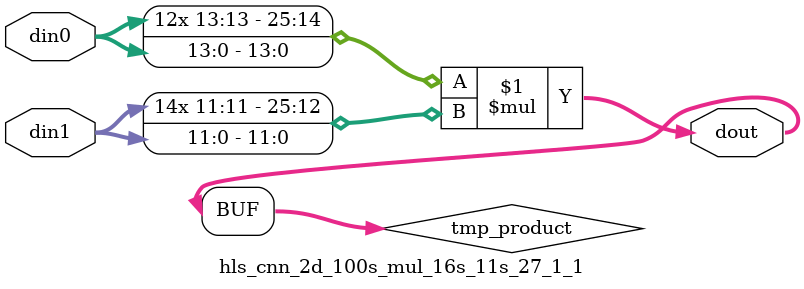
<source format=v>

`timescale 1 ns / 1 ps

  module hls_cnn_2d_100s_mul_16s_11s_27_1_1(din0, din1, dout);
parameter ID = 1;
parameter NUM_STAGE = 0;
parameter din0_WIDTH = 14;
parameter din1_WIDTH = 12;
parameter dout_WIDTH = 26;

input [din0_WIDTH - 1 : 0] din0; 
input [din1_WIDTH - 1 : 0] din1; 
output [dout_WIDTH - 1 : 0] dout;

wire signed [dout_WIDTH - 1 : 0] tmp_product;













assign tmp_product = $signed(din0) * $signed(din1);








assign dout = tmp_product;







endmodule

</source>
